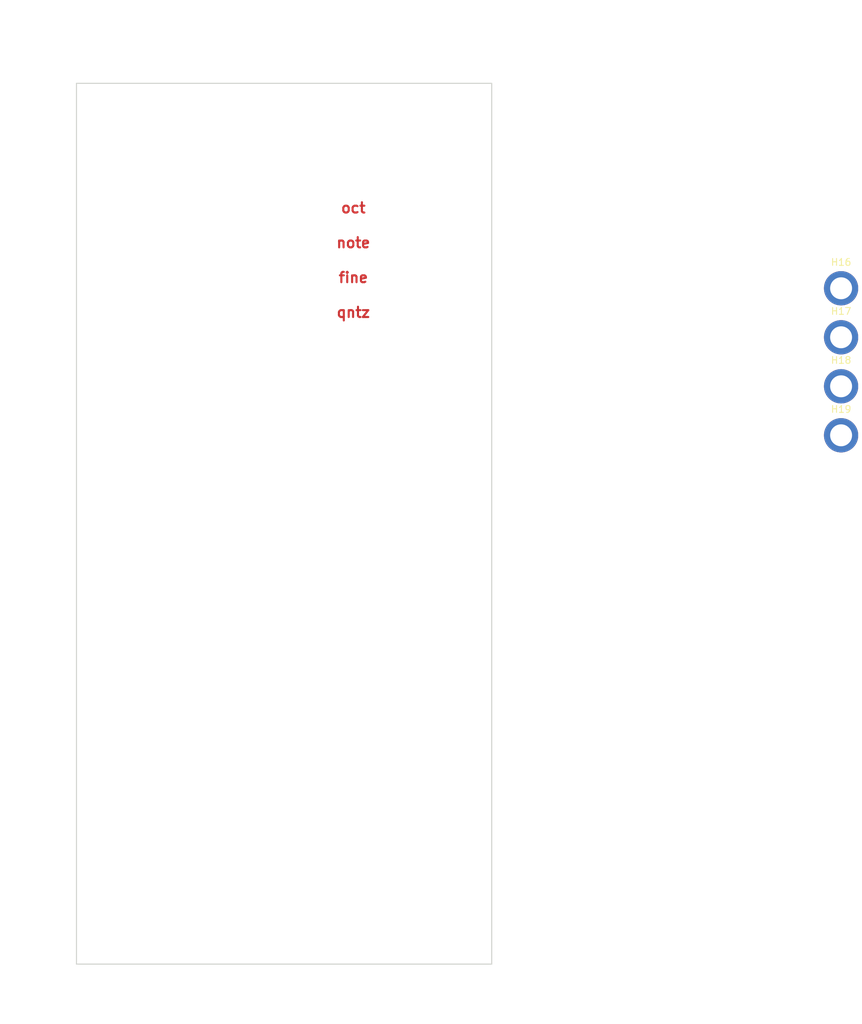
<source format=kicad_pcb>
(kicad_pcb (version 20221018) (generator pcbnew)
  (title_block (title "(title)") (comment 1 "PCB for panel") (comment 2 "(description)") (comment 4 "License CC BY 4.0 - Attribution 4.0 International"))
  (layers (0 "F.Cu" signal) (31 "B.Cu" signal) (34 "B.Paste" user) (35 "F.Paste" user) (36 "B.SilkS" user "B.Silkscreen") (37 "F.SilkS" user "F.Silkscreen") (38 "B.Mask" user) (39 "F.Mask" user) (44 "Edge.Cuts" user))
  (net 0 "")
  (footprint "elektrophon:panel_jack" (layer "F.Cu") (at 81.28 76.2)
    (fp_text reference "H2" hide)
    (fp_text value "CV")
    (pad "" np_thru_hole circle (at 0 0) (size 6.4 6.4) (drill 6.4) (layers "*.Cu" "*.Mask"))
  )
  (footprint "elektrophon:panel_jack" (layer "F.Cu") (at 81.28 96.52)
    (fp_text reference "H3" hide)
    (fp_text value "FM")
    (pad "" np_thru_hole circle (at 0 0) (size 6.4 6.4) (drill 6.4) (layers "*.Cu" "*.Mask"))
  )
  (footprint "elektrophon:panel_jack" (layer "F.Cu") (at 81.28 116.84)
    (fp_text reference "H4" hide)
    (fp_text value "PWM")
    (pad "" np_thru_hole circle (at 0 0) (size 6.4 6.4) (drill 6.4) (layers "*.Cu" "*.Mask"))
  )
  (footprint "elektrophon:panel_jack" (layer "F.Cu") (at 101.6 137.16)
    (fp_text reference "H14" hide)
    (fp_text value "SAW")
    (pad "" np_thru_hole circle (at 0 0) (size 6.4 6.4) (drill 6.4) (layers "*.Cu" "*.Mask"))
  )
  (footprint "elektrophon:panel_jack" (layer "F.Cu") (at 101.6 157.48)
    (fp_text reference "H15" hide)
    (fp_text value "PULSE")
    (pad "" np_thru_hole circle (at 0 0) (size 6.4 6.4) (drill 6.4) (layers "*.Cu" "*.Mask"))
  )
  (footprint "elektrophon:panel_potentiometer" (layer "F.Cu") (at 81.28 137.16)
    (fp_text reference "H8" hide)
    (fp_text value "PWM_INITIAL")
    (pad "" np_thru_hole circle (at 0 0) (size 7.4 7.4) (drill 7.4) (layers "*.Cu" "*.Mask"))
  )
  (footprint "elektrophon:panel_potentiometer" (layer "F.Cu") (at 101.6 76.2)
    (fp_text reference "H6" hide)
    (fp_text value "TUNE")
    (pad "" np_thru_hole circle (at 0 0) (size 7.4 7.4) (drill 7.4) (layers "*.Cu" "*.Mask"))
  )
  (footprint "elektrophon:panel_jack" (layer "F.Cu") (at 91.44 157.48)
    (fp_text reference "H13" hide)
    (fp_text value "TRIANGLE")
    (pad "" np_thru_hole circle (at 0 0) (size 6.4 6.4) (drill 6.4) (layers "*.Cu" "*.Mask"))
  )
  (footprint "elektrophon:panel_potentiometer" (layer "F.Cu") (at 101.6 96.52)
    (fp_text reference "H9" hide)
    (fp_text value "FM_ATTEN")
    (pad "" np_thru_hole circle (at 0 0) (size 7.4 7.4) (drill 7.4) (layers "*.Cu" "*.Mask"))
  )
  (footprint "elektrophon:MountingHole_Panel_3.2mm_M3" (layer "F.Cu") (at 162.39 102.15)
    (fp_text reference "H19" (at 0 -3.8) (layer "F.SilkS"))
    (fp_text value "~")
    (pad "1" thru_hole circle (at 0 0) (size 3.6 3.6) (drill 3.2) (layers "*.Cu" "*.Mask"))
    (pad "1" connect circle (at 0 0) (size 5 5) (layers "F.Cu" "F.Mask"))
    (pad "1" connect circle (at 0 0) (size 5 5) (layers "B.Cu" "B.Mask"))
  )
  (footprint "elektrophon:MountingHole_Panel_3.2mm_M3" (layer "F.Cu") (at 162.39 95)
    (fp_text reference "H18" (at 0 -3.8) (layer "F.SilkS"))
    (fp_text value "~")
    (pad "1" thru_hole circle (at 0 0) (size 3.6 3.6) (drill 3.2) (layers "*.Cu" "*.Mask"))
    (pad "1" connect circle (at 0 0) (size 5 5) (layers "F.Cu" "F.Mask"))
    (pad "1" connect circle (at 0 0) (size 5 5) (layers "B.Cu" "B.Mask"))
  )
  (footprint "elektrophon:panel_jack" (layer "F.Cu") (at 81.28 157.48)
    (fp_text reference "H5" hide)
    (fp_text value "SINE")
    (pad "" np_thru_hole circle (at 0 0) (size 6.4 6.4) (drill 6.4) (layers "*.Cu" "*.Mask"))
  )
  (footprint "elektrophon:panel_potentiometer" (layer "F.Cu") (at 101.6 116.84)
    (fp_text reference "H7" hide)
    (fp_text value "PWM_ATTEN")
    (pad "" np_thru_hole circle (at 0 0) (size 7.4 7.4) (drill 7.4) (layers "*.Cu" "*.Mask"))
  )
  (footprint "elektrophon:MountingHole_Panel_3.2mm_M3" (layer "F.Cu") (at 162.39 80.7)
    (fp_text reference "H16" (at 0 -3.8) (layer "F.SilkS"))
    (fp_text value "~")
    (pad "1" thru_hole circle (at 0 0) (size 3.6 3.6) (drill 3.2) (layers "*.Cu" "*.Mask"))
    (pad "1" connect circle (at 0 0) (size 5 5) (layers "F.Cu" "F.Mask"))
    (pad "1" connect circle (at 0 0) (size 5 5) (layers "B.Cu" "B.Mask"))
  )
  (footprint "elektrophon:MountingHole_Panel_3.2mm_M3" (layer "F.Cu") (at 162.39 87.85)
    (fp_text reference "H17" (at 0 -3.8) (layer "F.SilkS"))
    (fp_text value "~")
    (pad "1" thru_hole circle (at 0 0) (size 3.6 3.6) (drill 3.2) (layers "*.Cu" "*.Mask"))
    (pad "1" connect circle (at 0 0) (size 5 5) (layers "F.Cu" "F.Mask"))
    (pad "1" connect circle (at 0 0) (size 5 5) (layers "B.Cu" "B.Mask"))
  )
  (gr_line (start 50.8 50.8) (end 50.8 179.3) (stroke (width 0.15)) (layer "Edge.Cuts"))
  (gr_line (start 111.4 50.8) (end 111.4 179.3) (stroke (width 0.15)) (layer "Edge.Cuts"))
  (gr_line (start 111.4 179.3) (end 50.8 179.3) (stroke (width 0.15)) (layer "Edge.Cuts"))
  (gr_line (start 50.8 50.8) (end 111.4 50.8) (stroke (width 0.15)) (layer "Edge.Cuts"))
  (gr_text "note" (at 88.578572 74.93) (layer "F.Cu") (effects (font (size 1.5 1.5) (thickness 0.3) bold) (justify left bottom)))
  (gr_text "fine" (at 88.9 80.01) (layer "F.Cu") (effects (font (size 1.5 1.5) (thickness 0.3) bold) (justify left bottom)))
  (gr_text "qntz" (at 88.614286 85.09) (layer "F.Cu") (effects (font (size 1.5 1.5) (thickness 0.3) bold) (justify left bottom)))
  (gr_text "oct" (at 89.257143 69.85) (layer "F.Cu") (effects (font (size 1.5 1.5) (thickness 0.3) bold) (justify left bottom)))
)
</source>
